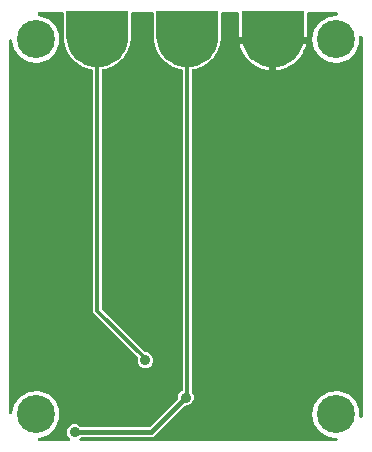
<source format=gbr>
G04 EAGLE Gerber RS-274X export*
G75*
%MOMM*%
%FSLAX34Y34*%
%LPD*%
%INBottom Copper*%
%IPPOS*%
%AMOC8*
5,1,8,0,0,1.08239X$1,22.5*%
G01*
%ADD10C,3.216000*%
%ADD11C,4.216000*%
%ADD12C,0.906400*%
%ADD13C,0.304800*%
%ADD14C,0.406400*%

G36*
X252343Y345416D02*
X252343Y345416D01*
X252348Y345440D01*
X252348Y366140D01*
X252333Y366242D01*
X252325Y366344D01*
X252313Y366372D01*
X252308Y366403D01*
X252264Y366495D01*
X252226Y366591D01*
X252206Y366614D01*
X252193Y366642D01*
X252123Y366717D01*
X252058Y366797D01*
X252032Y366814D01*
X252011Y366836D01*
X251922Y366887D01*
X251837Y366944D01*
X251813Y366950D01*
X251781Y366968D01*
X251521Y367026D01*
X251483Y367023D01*
X251460Y367028D01*
X200660Y367028D01*
X200558Y367013D01*
X200456Y367005D01*
X200428Y366993D01*
X200397Y366988D01*
X200305Y366944D01*
X200209Y366906D01*
X200186Y366886D01*
X200158Y366873D01*
X200083Y366803D01*
X200003Y366738D01*
X199986Y366712D01*
X199964Y366691D01*
X199913Y366602D01*
X199856Y366517D01*
X199850Y366493D01*
X199832Y366461D01*
X199774Y366201D01*
X199777Y366163D01*
X199772Y366140D01*
X199772Y345440D01*
X199778Y345401D01*
X199774Y345377D01*
X199824Y344677D01*
X197230Y344677D01*
X197230Y364236D01*
X197227Y364262D01*
X197229Y364288D01*
X197207Y364435D01*
X197190Y364582D01*
X197182Y364607D01*
X197178Y364633D01*
X197123Y364771D01*
X197073Y364910D01*
X197059Y364932D01*
X197049Y364957D01*
X196964Y365078D01*
X196884Y365203D01*
X196865Y365221D01*
X196850Y365243D01*
X196740Y365342D01*
X196633Y365445D01*
X196611Y365459D01*
X196591Y365476D01*
X196461Y365548D01*
X196334Y365624D01*
X196309Y365632D01*
X196286Y365645D01*
X196143Y365685D01*
X196002Y365730D01*
X195976Y365732D01*
X195951Y365740D01*
X195707Y365759D01*
X183515Y365759D01*
X183489Y365756D01*
X183463Y365758D01*
X183316Y365736D01*
X183169Y365719D01*
X183144Y365711D01*
X183118Y365707D01*
X182980Y365652D01*
X182841Y365602D01*
X182819Y365588D01*
X182794Y365578D01*
X182673Y365493D01*
X182548Y365413D01*
X182530Y365394D01*
X182508Y365379D01*
X182409Y365269D01*
X182306Y365162D01*
X182292Y365140D01*
X182275Y365120D01*
X182203Y364990D01*
X182127Y364863D01*
X182119Y364838D01*
X182106Y364815D01*
X182066Y364672D01*
X182021Y364531D01*
X182019Y364505D01*
X182011Y364480D01*
X181992Y364236D01*
X181992Y347098D01*
X182000Y347026D01*
X181999Y346954D01*
X182020Y346854D01*
X182032Y346752D01*
X182056Y346684D01*
X182071Y346613D01*
X182081Y346591D01*
X181996Y345390D01*
X181997Y345350D01*
X181992Y345281D01*
X181992Y344065D01*
X181987Y344051D01*
X181943Y343958D01*
X181928Y343888D01*
X181903Y343820D01*
X181879Y343661D01*
X181869Y343618D01*
X181870Y343602D01*
X181866Y343578D01*
X181831Y343092D01*
X181832Y343075D01*
X181829Y343057D01*
X181840Y342901D01*
X181846Y342744D01*
X181851Y342727D01*
X181852Y342709D01*
X181898Y342559D01*
X181934Y342432D01*
X181734Y341515D01*
X181730Y341478D01*
X181703Y341300D01*
X181636Y340360D01*
X181607Y340329D01*
X181599Y340314D01*
X181587Y340300D01*
X181513Y340162D01*
X181436Y340025D01*
X181431Y340008D01*
X181423Y339993D01*
X181352Y339758D01*
X181211Y339109D01*
X181209Y339091D01*
X181203Y339074D01*
X181191Y338917D01*
X181176Y338762D01*
X181178Y338744D01*
X181177Y338726D01*
X181201Y338571D01*
X181218Y338441D01*
X180890Y337561D01*
X180881Y337524D01*
X180828Y337352D01*
X180628Y336432D01*
X180596Y336405D01*
X180585Y336391D01*
X180571Y336380D01*
X180479Y336253D01*
X180383Y336129D01*
X180376Y336113D01*
X180365Y336098D01*
X180262Y335877D01*
X180029Y335254D01*
X180025Y335236D01*
X180017Y335220D01*
X179983Y335067D01*
X179946Y334915D01*
X179945Y334897D01*
X179941Y334880D01*
X179943Y334723D01*
X179941Y334591D01*
X179491Y333767D01*
X179477Y333733D01*
X179473Y333724D01*
X179467Y333713D01*
X179464Y333703D01*
X179401Y333570D01*
X179072Y332687D01*
X179036Y332665D01*
X179023Y332653D01*
X179008Y332643D01*
X178899Y332532D01*
X178786Y332422D01*
X178776Y332407D01*
X178764Y332394D01*
X178630Y332190D01*
X178311Y331606D01*
X178304Y331589D01*
X178295Y331575D01*
X178239Y331429D01*
X178180Y331283D01*
X178177Y331265D01*
X178171Y331249D01*
X178151Y331094D01*
X178130Y330963D01*
X177567Y330211D01*
X177549Y330179D01*
X177450Y330028D01*
X176998Y329202D01*
X176960Y329185D01*
X176945Y329175D01*
X176929Y329168D01*
X176805Y329073D01*
X176678Y328980D01*
X176666Y328967D01*
X176652Y328956D01*
X176490Y328772D01*
X176092Y328240D01*
X176083Y328225D01*
X176071Y328211D01*
X175995Y328074D01*
X175916Y327939D01*
X175911Y327922D01*
X175902Y327906D01*
X175859Y327755D01*
X175821Y327629D01*
X175157Y326965D01*
X175134Y326936D01*
X175015Y326801D01*
X174450Y326047D01*
X174409Y326036D01*
X174393Y326028D01*
X174376Y326023D01*
X174240Y325947D01*
X174101Y325873D01*
X174088Y325862D01*
X174072Y325853D01*
X173886Y325694D01*
X173416Y325224D01*
X173404Y325210D01*
X173391Y325199D01*
X173296Y325074D01*
X173199Y324951D01*
X173191Y324935D01*
X173181Y324921D01*
X173117Y324778D01*
X173060Y324658D01*
X172309Y324095D01*
X172282Y324070D01*
X172145Y323953D01*
X171479Y323287D01*
X171437Y323282D01*
X171420Y323276D01*
X171402Y323274D01*
X171256Y323218D01*
X171109Y323165D01*
X171094Y323155D01*
X171077Y323149D01*
X170870Y323018D01*
X170338Y322620D01*
X170325Y322608D01*
X170309Y322598D01*
X170198Y322488D01*
X170084Y322380D01*
X170074Y322365D01*
X170062Y322353D01*
X169979Y322221D01*
X169906Y322110D01*
X169082Y321660D01*
X169051Y321639D01*
X168899Y321543D01*
X168145Y320978D01*
X168103Y320979D01*
X168085Y320976D01*
X168067Y320976D01*
X167914Y320941D01*
X167761Y320910D01*
X167745Y320902D01*
X167727Y320898D01*
X167504Y320799D01*
X166920Y320480D01*
X166906Y320470D01*
X166889Y320463D01*
X166763Y320369D01*
X166635Y320279D01*
X166624Y320266D01*
X166609Y320255D01*
X166507Y320135D01*
X166420Y320037D01*
X165540Y319709D01*
X165507Y319692D01*
X165343Y319619D01*
X164516Y319167D01*
X164475Y319174D01*
X164457Y319173D01*
X164439Y319176D01*
X164284Y319163D01*
X164127Y319154D01*
X164109Y319149D01*
X164092Y319148D01*
X163856Y319081D01*
X163233Y318848D01*
X163217Y318840D01*
X163200Y318836D01*
X163062Y318761D01*
X162923Y318690D01*
X162909Y318679D01*
X162893Y318670D01*
X162776Y318566D01*
X162675Y318481D01*
X161758Y318282D01*
X161722Y318269D01*
X161549Y318220D01*
X160667Y317891D01*
X160627Y317904D01*
X160609Y317906D01*
X160592Y317911D01*
X160436Y317920D01*
X160279Y317934D01*
X160262Y317931D01*
X160244Y317932D01*
X160001Y317899D01*
X159352Y317758D01*
X159335Y317752D01*
X159317Y317750D01*
X159170Y317696D01*
X159022Y317646D01*
X159007Y317636D01*
X158990Y317630D01*
X158858Y317544D01*
X158747Y317474D01*
X158641Y317466D01*
X158498Y317439D01*
X158353Y317418D01*
X158327Y317407D01*
X158299Y317402D01*
X158165Y317343D01*
X158029Y317289D01*
X158006Y317273D01*
X157980Y317261D01*
X157863Y317173D01*
X157743Y317090D01*
X157724Y317069D01*
X157701Y317052D01*
X157607Y316939D01*
X157510Y316831D01*
X157496Y316806D01*
X157478Y316785D01*
X157412Y316654D01*
X157341Y316526D01*
X157333Y316499D01*
X157321Y316474D01*
X157286Y316332D01*
X157246Y316191D01*
X157244Y316156D01*
X157238Y316135D01*
X157238Y316086D01*
X157227Y315947D01*
X157227Y44458D01*
X157241Y44333D01*
X157248Y44206D01*
X157261Y44160D01*
X157267Y44112D01*
X157309Y43993D01*
X157344Y43872D01*
X157368Y43829D01*
X157384Y43784D01*
X157453Y43678D01*
X157514Y43567D01*
X157554Y43521D01*
X157573Y43491D01*
X157608Y43458D01*
X157673Y43381D01*
X157965Y43089D01*
X158965Y40676D01*
X158965Y38064D01*
X157965Y35651D01*
X156119Y33805D01*
X153706Y32805D01*
X152215Y32805D01*
X152089Y32791D01*
X151963Y32784D01*
X151916Y32771D01*
X151868Y32765D01*
X151749Y32723D01*
X151628Y32688D01*
X151586Y32664D01*
X151540Y32648D01*
X151434Y32579D01*
X151324Y32518D01*
X151278Y32478D01*
X151248Y32459D01*
X151214Y32424D01*
X151138Y32359D01*
X124874Y6095D01*
X64270Y6095D01*
X64145Y6081D01*
X64018Y6074D01*
X63972Y6061D01*
X63924Y6055D01*
X63805Y6013D01*
X63684Y5978D01*
X63641Y5954D01*
X63596Y5938D01*
X63490Y5869D01*
X63379Y5808D01*
X63333Y5768D01*
X63303Y5749D01*
X63269Y5714D01*
X63193Y5649D01*
X62685Y5141D01*
X62623Y5063D01*
X62553Y4990D01*
X62515Y4926D01*
X62468Y4868D01*
X62426Y4777D01*
X62374Y4691D01*
X62351Y4620D01*
X62319Y4553D01*
X62298Y4455D01*
X62268Y4359D01*
X62262Y4285D01*
X62246Y4212D01*
X62248Y4112D01*
X62240Y4012D01*
X62251Y3938D01*
X62252Y3864D01*
X62277Y3766D01*
X62291Y3667D01*
X62319Y3598D01*
X62337Y3526D01*
X62383Y3437D01*
X62420Y3343D01*
X62463Y3282D01*
X62497Y3216D01*
X62562Y3140D01*
X62619Y3057D01*
X62674Y3007D01*
X62723Y2951D01*
X62803Y2891D01*
X62878Y2824D01*
X62943Y2788D01*
X63003Y2743D01*
X63095Y2704D01*
X63183Y2655D01*
X63254Y2635D01*
X63323Y2605D01*
X63422Y2588D01*
X63518Y2560D01*
X63619Y2552D01*
X63666Y2544D01*
X63701Y2546D01*
X63762Y2541D01*
X277717Y2541D01*
X279392Y2541D01*
X279400Y2541D01*
X279442Y2546D01*
X279520Y2545D01*
X279569Y2549D01*
X279604Y2556D01*
X279639Y2556D01*
X279730Y2579D01*
X279746Y2581D01*
X279765Y2587D01*
X279774Y2589D01*
X279911Y2616D01*
X279943Y2631D01*
X279977Y2639D01*
X280102Y2702D01*
X280229Y2759D01*
X280257Y2780D01*
X280288Y2796D01*
X280395Y2886D01*
X280506Y2971D01*
X280528Y2998D01*
X280555Y3020D01*
X280639Y3132D01*
X280728Y3239D01*
X280743Y3271D01*
X280764Y3299D01*
X280821Y3427D01*
X280883Y3552D01*
X280891Y3586D01*
X280905Y3618D01*
X280930Y3755D01*
X280962Y3891D01*
X280962Y3926D01*
X280969Y3961D01*
X280963Y4100D01*
X280963Y4239D01*
X280955Y4274D01*
X280953Y4309D01*
X280916Y4443D01*
X280884Y4579D01*
X280869Y4611D01*
X280859Y4644D01*
X280792Y4767D01*
X280731Y4892D01*
X280708Y4919D01*
X280691Y4950D01*
X280598Y5053D01*
X280510Y5161D01*
X280482Y5183D01*
X280458Y5209D01*
X280344Y5289D01*
X280234Y5374D01*
X280202Y5388D01*
X280173Y5408D01*
X280043Y5460D01*
X279916Y5518D01*
X279882Y5525D01*
X279849Y5538D01*
X279609Y5583D01*
X273181Y6258D01*
X265933Y10443D01*
X261013Y17214D01*
X259273Y25400D01*
X261013Y33586D01*
X265933Y40357D01*
X273181Y44542D01*
X281504Y45416D01*
X289463Y42830D01*
X295683Y37230D01*
X299087Y29585D01*
X299087Y23799D01*
X299100Y23685D01*
X299104Y23571D01*
X299120Y23513D01*
X299127Y23453D01*
X299165Y23345D01*
X299196Y23234D01*
X299224Y23181D01*
X299244Y23125D01*
X299307Y23029D01*
X299361Y22927D01*
X299401Y22883D01*
X299433Y22832D01*
X299516Y22752D01*
X299592Y22666D01*
X299641Y22632D01*
X299684Y22590D01*
X299783Y22531D01*
X299876Y22465D01*
X299932Y22442D01*
X299983Y22411D01*
X300092Y22376D01*
X300199Y22333D01*
X300258Y22323D01*
X300315Y22305D01*
X300430Y22296D01*
X300543Y22278D01*
X300603Y22282D01*
X300662Y22277D01*
X300776Y22294D01*
X300890Y22302D01*
X300948Y22320D01*
X301007Y22329D01*
X301114Y22371D01*
X301223Y22405D01*
X301275Y22435D01*
X301331Y22457D01*
X301425Y22523D01*
X301524Y22581D01*
X301568Y22622D01*
X301617Y22656D01*
X301694Y22742D01*
X301777Y22821D01*
X301810Y22871D01*
X301850Y22915D01*
X301906Y23016D01*
X301969Y23112D01*
X301990Y23168D01*
X302019Y23220D01*
X302050Y23331D01*
X302090Y23438D01*
X302102Y23515D01*
X302114Y23556D01*
X302119Y23618D01*
X302129Y23680D01*
X302255Y25280D01*
X302253Y25323D01*
X302259Y25400D01*
X302259Y25435D01*
X302259Y27082D01*
X302259Y27083D01*
X302259Y342900D01*
X302254Y342942D01*
X302255Y343020D01*
X302129Y344619D01*
X302107Y344732D01*
X302094Y344846D01*
X302073Y344902D01*
X302062Y344961D01*
X302015Y345066D01*
X301976Y345174D01*
X301943Y345224D01*
X301919Y345279D01*
X301849Y345370D01*
X301787Y345467D01*
X301744Y345508D01*
X301707Y345556D01*
X301619Y345629D01*
X301536Y345709D01*
X301485Y345740D01*
X301439Y345778D01*
X301336Y345829D01*
X301237Y345888D01*
X301180Y345906D01*
X301126Y345933D01*
X301015Y345959D01*
X300905Y345994D01*
X300846Y345999D01*
X300787Y346012D01*
X300672Y346013D01*
X300558Y346022D01*
X300499Y346013D01*
X300439Y346013D01*
X300327Y345987D01*
X300213Y345970D01*
X300157Y345948D01*
X300099Y345935D01*
X299996Y345884D01*
X299889Y345841D01*
X299840Y345807D01*
X299786Y345781D01*
X299697Y345708D01*
X299603Y345643D01*
X299563Y345598D01*
X299517Y345560D01*
X299447Y345469D01*
X299370Y345384D01*
X299341Y345331D01*
X299304Y345284D01*
X299257Y345179D01*
X299201Y345079D01*
X299185Y345021D01*
X299160Y344966D01*
X299138Y344854D01*
X299107Y344743D01*
X299100Y344666D01*
X299092Y344625D01*
X299092Y344562D01*
X299087Y344500D01*
X299087Y338715D01*
X295683Y331070D01*
X289463Y325470D01*
X281504Y322884D01*
X273181Y323758D01*
X265933Y327943D01*
X261013Y334714D01*
X259273Y342900D01*
X261013Y351086D01*
X265933Y357857D01*
X273181Y362042D01*
X279608Y362717D01*
X279643Y362725D01*
X279678Y362726D01*
X279813Y362763D01*
X279949Y362793D01*
X279980Y362808D01*
X280014Y362818D01*
X280137Y362884D01*
X280263Y362944D01*
X280290Y362966D01*
X280321Y362983D01*
X280425Y363075D01*
X280534Y363163D01*
X280556Y363191D01*
X280582Y363214D01*
X280663Y363327D01*
X280749Y363437D01*
X280764Y363469D01*
X280784Y363498D01*
X280837Y363627D01*
X280895Y363754D01*
X280903Y363788D01*
X280916Y363821D01*
X280938Y363958D01*
X280966Y364095D01*
X280965Y364130D01*
X280971Y364165D01*
X280961Y364303D01*
X280958Y364443D01*
X280949Y364477D01*
X280947Y364512D01*
X280905Y364646D01*
X280870Y364781D01*
X280854Y364812D01*
X280844Y364845D01*
X280773Y364966D01*
X280709Y365089D01*
X280686Y365116D01*
X280668Y365146D01*
X280572Y365248D01*
X280481Y365353D01*
X280452Y365374D01*
X280428Y365399D01*
X280312Y365476D01*
X280199Y365558D01*
X280167Y365572D01*
X280137Y365591D01*
X280007Y365639D01*
X279878Y365694D01*
X279843Y365700D01*
X279810Y365712D01*
X279652Y365737D01*
X279644Y365740D01*
X279632Y365741D01*
X279569Y365751D01*
X279519Y365755D01*
X279477Y365753D01*
X279400Y365759D01*
X256413Y365759D01*
X256387Y365756D01*
X256361Y365758D01*
X256214Y365736D01*
X256067Y365719D01*
X256042Y365711D01*
X256016Y365707D01*
X255878Y365652D01*
X255739Y365602D01*
X255717Y365588D01*
X255692Y365578D01*
X255571Y365493D01*
X255446Y365413D01*
X255428Y365394D01*
X255406Y365379D01*
X255307Y365269D01*
X255204Y365162D01*
X255190Y365140D01*
X255173Y365120D01*
X255101Y364990D01*
X255025Y364863D01*
X255017Y364838D01*
X255004Y364815D01*
X254964Y364672D01*
X254919Y364531D01*
X254917Y364505D01*
X254909Y364480D01*
X254890Y364236D01*
X254890Y344677D01*
X252296Y344677D01*
X252346Y345377D01*
X252343Y345416D01*
G37*
G36*
X53178Y2552D02*
X53178Y2552D01*
X53278Y2554D01*
X53350Y2572D01*
X53424Y2581D01*
X53519Y2614D01*
X53616Y2639D01*
X53682Y2673D01*
X53752Y2698D01*
X53837Y2753D01*
X53926Y2799D01*
X53983Y2847D01*
X54045Y2887D01*
X54115Y2959D01*
X54191Y3024D01*
X54235Y3084D01*
X54287Y3138D01*
X54339Y3224D01*
X54398Y3305D01*
X54428Y3373D01*
X54466Y3437D01*
X54497Y3533D01*
X54536Y3625D01*
X54550Y3698D01*
X54572Y3769D01*
X54580Y3869D01*
X54598Y3968D01*
X54594Y4042D01*
X54600Y4116D01*
X54585Y4216D01*
X54580Y4316D01*
X54560Y4387D01*
X54549Y4461D01*
X54511Y4554D01*
X54484Y4651D01*
X54447Y4716D01*
X54420Y4785D01*
X54363Y4867D01*
X54313Y4955D01*
X54248Y5031D01*
X54221Y5071D01*
X54194Y5095D01*
X54155Y5141D01*
X52855Y6441D01*
X51855Y8854D01*
X51855Y11466D01*
X52855Y13879D01*
X54701Y15725D01*
X57114Y16725D01*
X59726Y16725D01*
X62139Y15725D01*
X63193Y14671D01*
X63292Y14592D01*
X63386Y14508D01*
X63428Y14484D01*
X63466Y14454D01*
X63580Y14400D01*
X63691Y14339D01*
X63738Y14326D01*
X63781Y14305D01*
X63905Y14279D01*
X64026Y14244D01*
X64087Y14239D01*
X64122Y14232D01*
X64170Y14233D01*
X64270Y14225D01*
X120875Y14225D01*
X121001Y14239D01*
X121127Y14246D01*
X121174Y14259D01*
X121222Y14265D01*
X121341Y14307D01*
X121462Y14342D01*
X121504Y14366D01*
X121550Y14382D01*
X121656Y14451D01*
X121766Y14512D01*
X121812Y14552D01*
X121842Y14571D01*
X121876Y14606D01*
X121952Y14671D01*
X145389Y38108D01*
X145468Y38207D01*
X145552Y38300D01*
X145576Y38343D01*
X145606Y38381D01*
X145660Y38495D01*
X145721Y38605D01*
X145734Y38652D01*
X145755Y38696D01*
X145781Y38819D01*
X145816Y38941D01*
X145821Y39002D01*
X145828Y39036D01*
X145827Y39084D01*
X145835Y39185D01*
X145835Y40676D01*
X146835Y43089D01*
X148681Y44935D01*
X149173Y45139D01*
X149240Y45176D01*
X149311Y45204D01*
X149392Y45260D01*
X149478Y45308D01*
X149534Y45360D01*
X149597Y45403D01*
X149663Y45476D01*
X149736Y45542D01*
X149779Y45605D01*
X149830Y45662D01*
X149878Y45748D01*
X149934Y45829D01*
X149962Y45900D01*
X149999Y45967D01*
X150026Y46062D01*
X150062Y46153D01*
X150073Y46229D01*
X150094Y46302D01*
X150106Y46451D01*
X150113Y46498D01*
X150111Y46517D01*
X150113Y46546D01*
X150113Y315947D01*
X150097Y316093D01*
X150085Y316238D01*
X150077Y316265D01*
X150073Y316293D01*
X150024Y316431D01*
X149980Y316570D01*
X149965Y316595D01*
X149956Y316621D01*
X149877Y316744D01*
X149802Y316870D01*
X149782Y316890D01*
X149767Y316914D01*
X149662Y317016D01*
X149560Y317121D01*
X149537Y317137D01*
X149516Y317156D01*
X149391Y317231D01*
X149268Y317311D01*
X149241Y317321D01*
X149217Y317335D01*
X149078Y317380D01*
X148940Y317429D01*
X148906Y317435D01*
X148885Y317441D01*
X148837Y317445D01*
X148699Y317466D01*
X148590Y317474D01*
X148559Y317503D01*
X148544Y317511D01*
X148530Y317523D01*
X148392Y317597D01*
X148255Y317674D01*
X148238Y317679D01*
X148223Y317687D01*
X147988Y317758D01*
X147339Y317899D01*
X147321Y317901D01*
X147304Y317907D01*
X147147Y317919D01*
X146992Y317934D01*
X146974Y317932D01*
X146956Y317933D01*
X146801Y317909D01*
X146671Y317892D01*
X145791Y318220D01*
X145754Y318229D01*
X145582Y318282D01*
X144662Y318482D01*
X144635Y318514D01*
X144621Y318525D01*
X144610Y318539D01*
X144484Y318631D01*
X144359Y318727D01*
X144343Y318734D01*
X144328Y318745D01*
X144107Y318848D01*
X143484Y319081D01*
X143466Y319085D01*
X143450Y319093D01*
X143297Y319127D01*
X143145Y319164D01*
X143127Y319165D01*
X143110Y319169D01*
X142953Y319167D01*
X142821Y319169D01*
X141997Y319619D01*
X141963Y319633D01*
X141800Y319709D01*
X140917Y320038D01*
X140895Y320074D01*
X140883Y320087D01*
X140873Y320102D01*
X140762Y320211D01*
X140652Y320324D01*
X140637Y320334D01*
X140624Y320346D01*
X140420Y320480D01*
X139836Y320799D01*
X139819Y320806D01*
X139805Y320815D01*
X139659Y320871D01*
X139513Y320930D01*
X139495Y320933D01*
X139479Y320939D01*
X139324Y320959D01*
X139193Y320980D01*
X138441Y321543D01*
X138409Y321561D01*
X138258Y321660D01*
X137432Y322112D01*
X137415Y322150D01*
X137405Y322165D01*
X137398Y322181D01*
X137303Y322305D01*
X137210Y322432D01*
X137197Y322444D01*
X137186Y322458D01*
X137002Y322620D01*
X136470Y323018D01*
X136455Y323027D01*
X136441Y323039D01*
X136304Y323115D01*
X136169Y323194D01*
X136152Y323199D01*
X136136Y323208D01*
X135985Y323251D01*
X135859Y323289D01*
X135195Y323953D01*
X135166Y323976D01*
X135031Y324095D01*
X134277Y324660D01*
X134266Y324701D01*
X134258Y324717D01*
X134253Y324734D01*
X134177Y324870D01*
X134103Y325009D01*
X134092Y325022D01*
X134083Y325038D01*
X133924Y325224D01*
X133454Y325694D01*
X133440Y325706D01*
X133429Y325719D01*
X133304Y325814D01*
X133181Y325911D01*
X133165Y325919D01*
X133151Y325929D01*
X133008Y325993D01*
X132888Y326050D01*
X132325Y326801D01*
X132300Y326828D01*
X132183Y326965D01*
X131517Y327631D01*
X131512Y327673D01*
X131506Y327690D01*
X131504Y327708D01*
X131448Y327854D01*
X131395Y328001D01*
X131385Y328016D01*
X131379Y328033D01*
X131248Y328240D01*
X130850Y328772D01*
X130838Y328785D01*
X130828Y328801D01*
X130718Y328912D01*
X130610Y329026D01*
X130595Y329036D01*
X130583Y329048D01*
X130450Y329132D01*
X130340Y329204D01*
X129890Y330028D01*
X129869Y330059D01*
X129773Y330211D01*
X129208Y330965D01*
X129209Y331007D01*
X129206Y331025D01*
X129206Y331043D01*
X129171Y331196D01*
X129140Y331349D01*
X129132Y331365D01*
X129128Y331383D01*
X129029Y331606D01*
X128710Y332190D01*
X128700Y332204D01*
X128693Y332221D01*
X128599Y332346D01*
X128509Y332475D01*
X128496Y332486D01*
X128485Y332501D01*
X128366Y332602D01*
X128267Y332690D01*
X127939Y333570D01*
X127922Y333603D01*
X127849Y333767D01*
X127397Y334594D01*
X127404Y334635D01*
X127403Y334653D01*
X127406Y334671D01*
X127393Y334826D01*
X127384Y334983D01*
X127379Y335000D01*
X127378Y335018D01*
X127311Y335254D01*
X127078Y335877D01*
X127070Y335893D01*
X127066Y335910D01*
X126991Y336048D01*
X126920Y336187D01*
X126909Y336201D01*
X126900Y336217D01*
X126796Y336334D01*
X126711Y336435D01*
X126512Y337352D01*
X126500Y337387D01*
X126450Y337561D01*
X126121Y338443D01*
X126134Y338483D01*
X126136Y338501D01*
X126141Y338518D01*
X126150Y338674D01*
X126164Y338831D01*
X126161Y338848D01*
X126162Y338866D01*
X126129Y339109D01*
X125988Y339758D01*
X125982Y339775D01*
X125980Y339793D01*
X125926Y339940D01*
X125876Y340088D01*
X125866Y340103D01*
X125860Y340120D01*
X125774Y340252D01*
X125704Y340363D01*
X125637Y341300D01*
X125630Y341337D01*
X125606Y341515D01*
X125406Y342435D01*
X125424Y342473D01*
X125428Y342490D01*
X125436Y342507D01*
X125468Y342660D01*
X125503Y342813D01*
X125503Y342830D01*
X125507Y342848D01*
X125509Y343092D01*
X125474Y343578D01*
X125461Y343649D01*
X125457Y343721D01*
X125429Y343820D01*
X125410Y343920D01*
X125380Y343987D01*
X125360Y344056D01*
X125348Y344078D01*
X125348Y345281D01*
X125346Y345303D01*
X125347Y345324D01*
X125344Y345347D01*
X125344Y345390D01*
X125258Y346603D01*
X125262Y346617D01*
X125299Y346713D01*
X125309Y346785D01*
X125329Y346854D01*
X125342Y347014D01*
X125348Y347058D01*
X125346Y347074D01*
X125348Y347098D01*
X125348Y364236D01*
X125345Y364262D01*
X125347Y364288D01*
X125325Y364435D01*
X125308Y364582D01*
X125300Y364607D01*
X125296Y364633D01*
X125241Y364771D01*
X125191Y364910D01*
X125177Y364932D01*
X125167Y364957D01*
X125082Y365078D01*
X125002Y365203D01*
X124983Y365221D01*
X124968Y365243D01*
X124858Y365342D01*
X124751Y365445D01*
X124729Y365459D01*
X124709Y365476D01*
X124579Y365548D01*
X124452Y365624D01*
X124427Y365632D01*
X124404Y365645D01*
X124261Y365685D01*
X124120Y365730D01*
X124094Y365732D01*
X124069Y365740D01*
X123825Y365759D01*
X107315Y365759D01*
X107289Y365756D01*
X107263Y365758D01*
X107116Y365736D01*
X106969Y365719D01*
X106944Y365711D01*
X106918Y365707D01*
X106780Y365652D01*
X106641Y365602D01*
X106619Y365588D01*
X106594Y365578D01*
X106473Y365493D01*
X106348Y365413D01*
X106330Y365394D01*
X106308Y365379D01*
X106209Y365269D01*
X106106Y365162D01*
X106092Y365140D01*
X106075Y365120D01*
X106003Y364990D01*
X105927Y364863D01*
X105919Y364838D01*
X105906Y364815D01*
X105866Y364672D01*
X105821Y364531D01*
X105819Y364505D01*
X105811Y364480D01*
X105792Y364236D01*
X105792Y347098D01*
X105800Y347026D01*
X105799Y346954D01*
X105820Y346854D01*
X105832Y346752D01*
X105856Y346684D01*
X105871Y346613D01*
X105881Y346591D01*
X105796Y345390D01*
X105797Y345350D01*
X105792Y345281D01*
X105792Y344065D01*
X105787Y344051D01*
X105743Y343958D01*
X105728Y343888D01*
X105703Y343820D01*
X105679Y343661D01*
X105669Y343618D01*
X105670Y343602D01*
X105666Y343578D01*
X105631Y343092D01*
X105632Y343075D01*
X105629Y343057D01*
X105640Y342901D01*
X105646Y342744D01*
X105651Y342727D01*
X105652Y342709D01*
X105698Y342559D01*
X105734Y342432D01*
X105534Y341515D01*
X105530Y341478D01*
X105503Y341300D01*
X105436Y340360D01*
X105407Y340329D01*
X105399Y340314D01*
X105387Y340300D01*
X105313Y340162D01*
X105236Y340025D01*
X105231Y340008D01*
X105223Y339993D01*
X105152Y339758D01*
X105011Y339109D01*
X105009Y339091D01*
X105003Y339074D01*
X104991Y338917D01*
X104976Y338762D01*
X104978Y338744D01*
X104977Y338726D01*
X105001Y338571D01*
X105018Y338441D01*
X104690Y337561D01*
X104681Y337524D01*
X104628Y337352D01*
X104428Y336432D01*
X104396Y336405D01*
X104385Y336391D01*
X104371Y336380D01*
X104279Y336253D01*
X104183Y336129D01*
X104176Y336113D01*
X104165Y336098D01*
X104062Y335877D01*
X103829Y335254D01*
X103825Y335236D01*
X103817Y335220D01*
X103783Y335067D01*
X103746Y334915D01*
X103745Y334897D01*
X103741Y334880D01*
X103743Y334723D01*
X103741Y334591D01*
X103291Y333767D01*
X103277Y333733D01*
X103273Y333724D01*
X103267Y333713D01*
X103264Y333703D01*
X103201Y333570D01*
X102872Y332687D01*
X102836Y332665D01*
X102823Y332653D01*
X102808Y332643D01*
X102699Y332532D01*
X102586Y332422D01*
X102576Y332407D01*
X102564Y332394D01*
X102430Y332190D01*
X102111Y331606D01*
X102104Y331589D01*
X102095Y331575D01*
X102039Y331429D01*
X101980Y331283D01*
X101977Y331265D01*
X101971Y331249D01*
X101951Y331094D01*
X101930Y330963D01*
X101367Y330211D01*
X101349Y330179D01*
X101250Y330028D01*
X100798Y329202D01*
X100760Y329185D01*
X100745Y329175D01*
X100729Y329168D01*
X100605Y329073D01*
X100478Y328980D01*
X100466Y328967D01*
X100452Y328956D01*
X100290Y328772D01*
X99892Y328240D01*
X99883Y328225D01*
X99871Y328211D01*
X99795Y328074D01*
X99716Y327939D01*
X99711Y327922D01*
X99702Y327906D01*
X99659Y327755D01*
X99621Y327629D01*
X98957Y326965D01*
X98934Y326936D01*
X98815Y326801D01*
X98250Y326047D01*
X98209Y326036D01*
X98193Y326028D01*
X98176Y326023D01*
X98040Y325947D01*
X97901Y325873D01*
X97888Y325862D01*
X97872Y325853D01*
X97686Y325694D01*
X97216Y325224D01*
X97204Y325210D01*
X97191Y325199D01*
X97096Y325074D01*
X96999Y324951D01*
X96991Y324935D01*
X96981Y324921D01*
X96917Y324778D01*
X96860Y324658D01*
X96109Y324095D01*
X96082Y324070D01*
X95945Y323953D01*
X95279Y323287D01*
X95237Y323282D01*
X95220Y323276D01*
X95202Y323274D01*
X95056Y323218D01*
X94909Y323165D01*
X94894Y323155D01*
X94877Y323149D01*
X94670Y323018D01*
X94138Y322620D01*
X94125Y322608D01*
X94109Y322598D01*
X93998Y322488D01*
X93884Y322380D01*
X93874Y322365D01*
X93862Y322353D01*
X93778Y322220D01*
X93706Y322110D01*
X92882Y321660D01*
X92851Y321639D01*
X92699Y321543D01*
X91945Y320978D01*
X91903Y320979D01*
X91885Y320976D01*
X91867Y320976D01*
X91714Y320941D01*
X91561Y320910D01*
X91545Y320902D01*
X91527Y320898D01*
X91304Y320799D01*
X90720Y320480D01*
X90706Y320470D01*
X90689Y320463D01*
X90563Y320369D01*
X90435Y320279D01*
X90424Y320266D01*
X90409Y320255D01*
X90307Y320135D01*
X90220Y320037D01*
X89340Y319709D01*
X89307Y319692D01*
X89143Y319619D01*
X88316Y319167D01*
X88275Y319174D01*
X88257Y319173D01*
X88239Y319176D01*
X88084Y319163D01*
X87927Y319154D01*
X87909Y319149D01*
X87892Y319148D01*
X87656Y319081D01*
X87033Y318848D01*
X87017Y318840D01*
X87000Y318836D01*
X86862Y318761D01*
X86723Y318690D01*
X86709Y318679D01*
X86693Y318670D01*
X86576Y318566D01*
X86475Y318481D01*
X85558Y318281D01*
X85522Y318269D01*
X85349Y318220D01*
X84467Y317891D01*
X84427Y317904D01*
X84409Y317906D01*
X84392Y317911D01*
X84236Y317920D01*
X84079Y317934D01*
X84062Y317931D01*
X84044Y317932D01*
X83801Y317899D01*
X83152Y317758D01*
X83135Y317752D01*
X83117Y317750D01*
X82970Y317696D01*
X82822Y317646D01*
X82807Y317636D01*
X82790Y317630D01*
X82658Y317544D01*
X82547Y317474D01*
X82441Y317466D01*
X82298Y317439D01*
X82153Y317418D01*
X82127Y317407D01*
X82099Y317402D01*
X81965Y317343D01*
X81829Y317289D01*
X81806Y317273D01*
X81780Y317261D01*
X81663Y317173D01*
X81543Y317090D01*
X81524Y317069D01*
X81501Y317052D01*
X81407Y316939D01*
X81310Y316831D01*
X81296Y316806D01*
X81278Y316785D01*
X81212Y316654D01*
X81141Y316526D01*
X81133Y316499D01*
X81121Y316474D01*
X81086Y316332D01*
X81046Y316191D01*
X81044Y316156D01*
X81038Y316135D01*
X81038Y316086D01*
X81027Y315947D01*
X81027Y115134D01*
X81041Y115009D01*
X81048Y114882D01*
X81061Y114836D01*
X81067Y114788D01*
X81109Y114669D01*
X81144Y114548D01*
X81168Y114505D01*
X81184Y114460D01*
X81253Y114354D01*
X81314Y114243D01*
X81354Y114197D01*
X81373Y114167D01*
X81408Y114134D01*
X81473Y114057D01*
X117399Y78131D01*
X117498Y78052D01*
X117592Y77968D01*
X117634Y77944D01*
X117672Y77914D01*
X117786Y77860D01*
X117897Y77799D01*
X117944Y77786D01*
X117987Y77765D01*
X118111Y77739D01*
X118232Y77704D01*
X118293Y77699D01*
X118328Y77692D01*
X118376Y77693D01*
X118476Y77685D01*
X119416Y77685D01*
X121829Y76685D01*
X123675Y74839D01*
X124675Y72426D01*
X124675Y69814D01*
X123675Y67401D01*
X121829Y65555D01*
X119416Y64555D01*
X116804Y64555D01*
X114391Y65555D01*
X112545Y67401D01*
X111545Y69814D01*
X111545Y72426D01*
X111595Y72545D01*
X111616Y72619D01*
X111646Y72689D01*
X111663Y72786D01*
X111690Y72880D01*
X111694Y72957D01*
X111708Y73032D01*
X111703Y73130D01*
X111707Y73229D01*
X111694Y73304D01*
X111690Y73380D01*
X111663Y73475D01*
X111645Y73571D01*
X111614Y73642D01*
X111593Y73715D01*
X111545Y73801D01*
X111506Y73891D01*
X111460Y73952D01*
X111423Y74019D01*
X111326Y74133D01*
X111298Y74171D01*
X111284Y74183D01*
X111265Y74205D01*
X73913Y111557D01*
X73913Y315947D01*
X73897Y316093D01*
X73885Y316238D01*
X73877Y316265D01*
X73873Y316293D01*
X73824Y316431D01*
X73780Y316570D01*
X73765Y316595D01*
X73756Y316621D01*
X73677Y316744D01*
X73602Y316870D01*
X73582Y316890D01*
X73567Y316914D01*
X73462Y317016D01*
X73360Y317121D01*
X73337Y317137D01*
X73316Y317156D01*
X73191Y317231D01*
X73068Y317311D01*
X73041Y317321D01*
X73017Y317335D01*
X72878Y317380D01*
X72740Y317429D01*
X72706Y317435D01*
X72685Y317441D01*
X72637Y317445D01*
X72499Y317466D01*
X72390Y317474D01*
X72359Y317503D01*
X72344Y317511D01*
X72330Y317523D01*
X72192Y317597D01*
X72055Y317674D01*
X72038Y317679D01*
X72023Y317687D01*
X71788Y317758D01*
X71139Y317899D01*
X71121Y317901D01*
X71104Y317907D01*
X70947Y317919D01*
X70792Y317934D01*
X70774Y317932D01*
X70756Y317933D01*
X70601Y317909D01*
X70471Y317892D01*
X69591Y318220D01*
X69554Y318229D01*
X69382Y318282D01*
X68462Y318482D01*
X68435Y318514D01*
X68421Y318525D01*
X68409Y318539D01*
X68284Y318631D01*
X68159Y318727D01*
X68143Y318734D01*
X68128Y318745D01*
X67907Y318848D01*
X67284Y319081D01*
X67266Y319085D01*
X67250Y319093D01*
X67098Y319127D01*
X66945Y319164D01*
X66927Y319165D01*
X66910Y319169D01*
X66754Y319167D01*
X66621Y319169D01*
X65797Y319619D01*
X65763Y319633D01*
X65600Y319709D01*
X64717Y320038D01*
X64695Y320074D01*
X64683Y320087D01*
X64673Y320102D01*
X64562Y320211D01*
X64452Y320324D01*
X64437Y320334D01*
X64424Y320346D01*
X64220Y320480D01*
X63636Y320799D01*
X63619Y320806D01*
X63605Y320815D01*
X63459Y320871D01*
X63313Y320930D01*
X63295Y320933D01*
X63279Y320939D01*
X63124Y320959D01*
X62993Y320980D01*
X62241Y321543D01*
X62209Y321561D01*
X62058Y321660D01*
X61232Y322112D01*
X61215Y322150D01*
X61205Y322165D01*
X61198Y322181D01*
X61103Y322305D01*
X61010Y322432D01*
X60997Y322444D01*
X60986Y322458D01*
X60802Y322620D01*
X60270Y323018D01*
X60255Y323027D01*
X60241Y323039D01*
X60104Y323115D01*
X59969Y323194D01*
X59952Y323199D01*
X59936Y323208D01*
X59785Y323251D01*
X59659Y323289D01*
X58995Y323953D01*
X58966Y323976D01*
X58831Y324095D01*
X58077Y324660D01*
X58066Y324701D01*
X58058Y324717D01*
X58053Y324734D01*
X57977Y324870D01*
X57903Y325009D01*
X57892Y325022D01*
X57883Y325038D01*
X57724Y325224D01*
X57254Y325694D01*
X57240Y325706D01*
X57229Y325719D01*
X57104Y325814D01*
X56981Y325911D01*
X56965Y325919D01*
X56951Y325929D01*
X56808Y325993D01*
X56688Y326050D01*
X56125Y326801D01*
X56100Y326828D01*
X55983Y326965D01*
X55317Y327631D01*
X55312Y327673D01*
X55306Y327690D01*
X55304Y327708D01*
X55248Y327854D01*
X55195Y328001D01*
X55185Y328016D01*
X55179Y328033D01*
X55048Y328240D01*
X54650Y328772D01*
X54638Y328785D01*
X54628Y328801D01*
X54518Y328912D01*
X54410Y329026D01*
X54395Y329036D01*
X54383Y329048D01*
X54251Y329131D01*
X54140Y329204D01*
X53690Y330028D01*
X53669Y330059D01*
X53573Y330211D01*
X53008Y330965D01*
X53009Y331007D01*
X53006Y331025D01*
X53006Y331043D01*
X52971Y331196D01*
X52940Y331349D01*
X52932Y331365D01*
X52928Y331383D01*
X52829Y331606D01*
X52510Y332190D01*
X52500Y332204D01*
X52493Y332221D01*
X52399Y332347D01*
X52309Y332475D01*
X52296Y332486D01*
X52285Y332501D01*
X52165Y332603D01*
X52067Y332690D01*
X51739Y333570D01*
X51722Y333603D01*
X51649Y333767D01*
X51197Y334594D01*
X51204Y334636D01*
X51203Y334653D01*
X51206Y334671D01*
X51193Y334827D01*
X51184Y334984D01*
X51179Y335001D01*
X51178Y335018D01*
X51111Y335254D01*
X50878Y335877D01*
X50870Y335893D01*
X50866Y335910D01*
X50791Y336047D01*
X50720Y336187D01*
X50709Y336201D01*
X50700Y336217D01*
X50596Y336334D01*
X50511Y336435D01*
X50312Y337352D01*
X50300Y337387D01*
X50250Y337561D01*
X49921Y338443D01*
X49934Y338483D01*
X49936Y338501D01*
X49941Y338518D01*
X49950Y338674D01*
X49964Y338831D01*
X49961Y338848D01*
X49962Y338866D01*
X49929Y339109D01*
X49788Y339758D01*
X49782Y339775D01*
X49780Y339793D01*
X49726Y339940D01*
X49676Y340088D01*
X49666Y340103D01*
X49660Y340120D01*
X49574Y340252D01*
X49504Y340363D01*
X49437Y341300D01*
X49430Y341337D01*
X49406Y341515D01*
X49206Y342435D01*
X49224Y342473D01*
X49228Y342490D01*
X49236Y342507D01*
X49268Y342660D01*
X49303Y342813D01*
X49303Y342830D01*
X49307Y342848D01*
X49309Y343092D01*
X49274Y343578D01*
X49261Y343649D01*
X49257Y343721D01*
X49229Y343820D01*
X49210Y343920D01*
X49180Y343987D01*
X49160Y344056D01*
X49148Y344078D01*
X49148Y345281D01*
X49146Y345303D01*
X49147Y345324D01*
X49144Y345347D01*
X49144Y345390D01*
X49058Y346603D01*
X49062Y346617D01*
X49099Y346713D01*
X49109Y346785D01*
X49129Y346854D01*
X49142Y347014D01*
X49148Y347058D01*
X49146Y347074D01*
X49148Y347098D01*
X49148Y364236D01*
X49145Y364262D01*
X49147Y364288D01*
X49125Y364435D01*
X49108Y364582D01*
X49100Y364607D01*
X49096Y364633D01*
X49041Y364771D01*
X48991Y364910D01*
X48977Y364932D01*
X48967Y364957D01*
X48882Y365078D01*
X48802Y365203D01*
X48783Y365221D01*
X48768Y365243D01*
X48658Y365342D01*
X48551Y365445D01*
X48529Y365459D01*
X48509Y365476D01*
X48379Y365548D01*
X48252Y365624D01*
X48227Y365632D01*
X48204Y365645D01*
X48061Y365685D01*
X47920Y365730D01*
X47894Y365732D01*
X47869Y365740D01*
X47625Y365759D01*
X28372Y365759D01*
X28263Y365747D01*
X28153Y365743D01*
X28090Y365727D01*
X28026Y365719D01*
X27922Y365682D01*
X27816Y365654D01*
X27759Y365624D01*
X27698Y365602D01*
X27605Y365542D01*
X27508Y365491D01*
X27459Y365448D01*
X27405Y365413D01*
X27328Y365334D01*
X27245Y365261D01*
X27208Y365209D01*
X27163Y365162D01*
X27106Y365068D01*
X27042Y364979D01*
X27017Y364919D01*
X26984Y364863D01*
X26950Y364758D01*
X26908Y364657D01*
X26897Y364593D01*
X26878Y364531D01*
X26869Y364422D01*
X26851Y364313D01*
X26855Y364248D01*
X26850Y364184D01*
X26866Y364075D01*
X26873Y363965D01*
X26892Y363903D01*
X26901Y363839D01*
X26942Y363737D01*
X26974Y363632D01*
X27006Y363575D01*
X27030Y363515D01*
X27093Y363425D01*
X27148Y363330D01*
X27192Y363282D01*
X27229Y363229D01*
X27311Y363156D01*
X27386Y363075D01*
X27440Y363039D01*
X27488Y362996D01*
X27584Y362942D01*
X27675Y362881D01*
X27754Y362849D01*
X27793Y362827D01*
X27832Y362816D01*
X27901Y362787D01*
X35463Y360330D01*
X41683Y354730D01*
X45087Y347085D01*
X45087Y338715D01*
X41683Y331070D01*
X35463Y325470D01*
X27504Y322884D01*
X19181Y323758D01*
X11933Y327943D01*
X7013Y334714D01*
X5554Y341580D01*
X5549Y341594D01*
X5547Y341609D01*
X5494Y341760D01*
X5443Y341910D01*
X5435Y341923D01*
X5430Y341937D01*
X5343Y342072D01*
X5260Y342207D01*
X5249Y342217D01*
X5241Y342230D01*
X5126Y342341D01*
X5014Y342454D01*
X5001Y342462D01*
X4990Y342472D01*
X4853Y342554D01*
X4719Y342638D01*
X4704Y342643D01*
X4691Y342651D01*
X4540Y342700D01*
X4389Y342751D01*
X4374Y342753D01*
X4359Y342757D01*
X4201Y342770D01*
X4042Y342786D01*
X4027Y342784D01*
X4012Y342785D01*
X3855Y342762D01*
X3696Y342741D01*
X3682Y342736D01*
X3667Y342734D01*
X3519Y342675D01*
X3370Y342619D01*
X3357Y342611D01*
X3343Y342605D01*
X3213Y342514D01*
X3080Y342426D01*
X3070Y342415D01*
X3057Y342406D01*
X2951Y342288D01*
X2841Y342172D01*
X2834Y342159D01*
X2824Y342147D01*
X2746Y342008D01*
X2667Y341870D01*
X2663Y341856D01*
X2655Y341842D01*
X2612Y341688D01*
X2566Y341537D01*
X2565Y341522D01*
X2560Y341507D01*
X2541Y341263D01*
X2541Y27083D01*
X2541Y27078D01*
X2541Y27041D01*
X2543Y27025D01*
X2542Y27009D01*
X2559Y26879D01*
X2562Y26831D01*
X2568Y26810D01*
X2581Y26694D01*
X2586Y26680D01*
X2588Y26664D01*
X2645Y26515D01*
X2698Y26366D01*
X2707Y26353D01*
X2712Y26338D01*
X2801Y26207D01*
X2887Y26073D01*
X2898Y26062D01*
X2907Y26049D01*
X3023Y25941D01*
X3137Y25831D01*
X3151Y25823D01*
X3162Y25812D01*
X3300Y25734D01*
X3436Y25652D01*
X3451Y25647D01*
X3465Y25639D01*
X3617Y25594D01*
X3768Y25545D01*
X3784Y25544D01*
X3799Y25540D01*
X3957Y25530D01*
X4116Y25517D01*
X4131Y25519D01*
X4147Y25518D01*
X4303Y25545D01*
X4460Y25569D01*
X4475Y25574D01*
X4490Y25577D01*
X4637Y25639D01*
X4784Y25697D01*
X4797Y25706D01*
X4812Y25712D01*
X4940Y25805D01*
X5071Y25896D01*
X5081Y25908D01*
X5094Y25917D01*
X5197Y26036D01*
X5304Y26154D01*
X5312Y26168D01*
X5322Y26180D01*
X5396Y26321D01*
X5473Y26459D01*
X5477Y26474D01*
X5485Y26488D01*
X5554Y26723D01*
X7013Y33586D01*
X11933Y40357D01*
X19181Y44542D01*
X27504Y45416D01*
X35463Y42830D01*
X41683Y37230D01*
X45087Y29585D01*
X45087Y21215D01*
X41683Y13570D01*
X35463Y7970D01*
X27901Y5513D01*
X27801Y5467D01*
X27698Y5430D01*
X27643Y5395D01*
X27584Y5368D01*
X27497Y5301D01*
X27405Y5241D01*
X27360Y5194D01*
X27309Y5155D01*
X27239Y5069D01*
X27163Y4990D01*
X27129Y4935D01*
X27088Y4884D01*
X27040Y4786D01*
X26984Y4691D01*
X26964Y4629D01*
X26936Y4571D01*
X26911Y4464D01*
X26878Y4359D01*
X26872Y4295D01*
X26858Y4231D01*
X26858Y4121D01*
X26850Y4012D01*
X26859Y3948D01*
X26859Y3883D01*
X26885Y3776D01*
X26901Y3667D01*
X26925Y3607D01*
X26940Y3544D01*
X26989Y3446D01*
X27030Y3343D01*
X27067Y3290D01*
X27096Y3232D01*
X27166Y3147D01*
X27229Y3057D01*
X27277Y3014D01*
X27318Y2964D01*
X27406Y2897D01*
X27488Y2824D01*
X27544Y2792D01*
X27596Y2753D01*
X27696Y2708D01*
X27793Y2655D01*
X27855Y2638D01*
X27914Y2611D01*
X28022Y2590D01*
X28128Y2560D01*
X28213Y2554D01*
X28256Y2545D01*
X28298Y2547D01*
X28372Y2541D01*
X53078Y2541D01*
X53178Y2552D01*
G37*
G36*
X81148Y319413D02*
X81148Y319413D01*
X81229Y319431D01*
X81274Y319431D01*
X84815Y320201D01*
X84892Y320231D01*
X84936Y320237D01*
X88332Y321503D01*
X88405Y321543D01*
X88447Y321556D01*
X91628Y323293D01*
X91694Y323343D01*
X91735Y323361D01*
X94636Y325533D01*
X94694Y325592D01*
X94732Y325616D01*
X97294Y328178D01*
X97343Y328245D01*
X97377Y328274D01*
X99549Y331175D01*
X99588Y331249D01*
X99617Y331282D01*
X101354Y334463D01*
X101383Y334541D01*
X101407Y334578D01*
X102673Y337974D01*
X102690Y338055D01*
X102709Y338095D01*
X103479Y341636D01*
X103485Y341719D01*
X103497Y341762D01*
X103756Y345377D01*
X103753Y345416D01*
X103758Y345440D01*
X103758Y366140D01*
X103743Y366242D01*
X103735Y366344D01*
X103723Y366372D01*
X103718Y366403D01*
X103674Y366495D01*
X103636Y366591D01*
X103616Y366614D01*
X103603Y366642D01*
X103533Y366717D01*
X103468Y366797D01*
X103442Y366814D01*
X103421Y366836D01*
X103332Y366887D01*
X103247Y366944D01*
X103223Y366950D01*
X103191Y366968D01*
X102931Y367026D01*
X102893Y367023D01*
X102870Y367028D01*
X52070Y367028D01*
X51968Y367013D01*
X51866Y367005D01*
X51838Y366993D01*
X51807Y366988D01*
X51715Y366944D01*
X51619Y366906D01*
X51596Y366886D01*
X51568Y366873D01*
X51493Y366803D01*
X51413Y366738D01*
X51396Y366712D01*
X51374Y366691D01*
X51323Y366602D01*
X51266Y366517D01*
X51260Y366493D01*
X51242Y366461D01*
X51184Y366201D01*
X51187Y366163D01*
X51182Y366140D01*
X51182Y345440D01*
X51188Y345401D01*
X51184Y345377D01*
X51443Y341762D01*
X51461Y341681D01*
X51461Y341636D01*
X52231Y338095D01*
X52261Y338018D01*
X52267Y337974D01*
X53533Y334578D01*
X53573Y334505D01*
X53586Y334463D01*
X55323Y331282D01*
X55373Y331216D01*
X55391Y331175D01*
X57563Y328274D01*
X57622Y328216D01*
X57646Y328178D01*
X60208Y325616D01*
X60219Y325608D01*
X60225Y325601D01*
X60267Y325573D01*
X60275Y325567D01*
X60304Y325533D01*
X63205Y323361D01*
X63279Y323322D01*
X63312Y323293D01*
X66493Y321556D01*
X66571Y321527D01*
X66608Y321503D01*
X70004Y320237D01*
X70085Y320220D01*
X70125Y320201D01*
X73666Y319431D01*
X73749Y319425D01*
X73792Y319413D01*
X77407Y319154D01*
X77489Y319161D01*
X77533Y319154D01*
X81148Y319413D01*
G37*
G36*
X157348Y319413D02*
X157348Y319413D01*
X157429Y319431D01*
X157474Y319431D01*
X161015Y320201D01*
X161092Y320231D01*
X161136Y320237D01*
X164532Y321503D01*
X164605Y321543D01*
X164647Y321556D01*
X167828Y323293D01*
X167894Y323343D01*
X167935Y323361D01*
X170836Y325533D01*
X170894Y325592D01*
X170932Y325616D01*
X173494Y328178D01*
X173543Y328245D01*
X173577Y328274D01*
X175749Y331175D01*
X175788Y331249D01*
X175817Y331282D01*
X177554Y334463D01*
X177583Y334541D01*
X177607Y334578D01*
X178873Y337974D01*
X178890Y338055D01*
X178909Y338095D01*
X179679Y341636D01*
X179685Y341719D01*
X179697Y341762D01*
X179956Y345377D01*
X179953Y345416D01*
X179958Y345440D01*
X179958Y366140D01*
X179943Y366242D01*
X179935Y366344D01*
X179923Y366372D01*
X179918Y366403D01*
X179874Y366495D01*
X179836Y366591D01*
X179816Y366614D01*
X179803Y366642D01*
X179733Y366717D01*
X179668Y366797D01*
X179642Y366814D01*
X179621Y366836D01*
X179532Y366887D01*
X179447Y366944D01*
X179423Y366950D01*
X179391Y366968D01*
X179131Y367026D01*
X179093Y367023D01*
X179070Y367028D01*
X128270Y367028D01*
X128168Y367013D01*
X128066Y367005D01*
X128038Y366993D01*
X128007Y366988D01*
X127915Y366944D01*
X127819Y366906D01*
X127796Y366886D01*
X127768Y366873D01*
X127693Y366803D01*
X127613Y366738D01*
X127596Y366712D01*
X127574Y366691D01*
X127523Y366602D01*
X127466Y366517D01*
X127460Y366493D01*
X127442Y366461D01*
X127384Y366201D01*
X127387Y366163D01*
X127382Y366140D01*
X127382Y345440D01*
X127388Y345401D01*
X127384Y345377D01*
X127643Y341762D01*
X127661Y341681D01*
X127661Y341636D01*
X128431Y338095D01*
X128461Y338018D01*
X128467Y337974D01*
X129733Y334578D01*
X129773Y334505D01*
X129786Y334463D01*
X131523Y331282D01*
X131573Y331216D01*
X131591Y331175D01*
X133763Y328274D01*
X133822Y328216D01*
X133846Y328178D01*
X136408Y325616D01*
X136419Y325608D01*
X136425Y325601D01*
X136467Y325573D01*
X136475Y325567D01*
X136504Y325533D01*
X139405Y323361D01*
X139479Y323322D01*
X139512Y323293D01*
X142693Y321556D01*
X142771Y321527D01*
X142808Y321503D01*
X146204Y320237D01*
X146285Y320220D01*
X146325Y320201D01*
X149866Y319431D01*
X149949Y319425D01*
X149992Y319413D01*
X153607Y319154D01*
X153689Y319161D01*
X153733Y319154D01*
X157348Y319413D01*
G37*
%LPC*%
G36*
X221223Y316973D02*
X221223Y316973D01*
X218066Y317693D01*
X215010Y318763D01*
X212092Y320168D01*
X209351Y321891D01*
X207311Y323518D01*
X207310Y323518D01*
X206819Y323909D01*
X206399Y324330D01*
X204530Y326199D01*
X202510Y328731D01*
X200788Y331473D01*
X199383Y334390D01*
X198313Y337447D01*
X198054Y338583D01*
X200715Y338583D01*
X200821Y338095D01*
X200851Y338018D01*
X200857Y337974D01*
X202123Y334578D01*
X202163Y334505D01*
X202176Y334463D01*
X203913Y331282D01*
X203963Y331216D01*
X203981Y331175D01*
X206153Y328274D01*
X206212Y328216D01*
X206236Y328178D01*
X208798Y325616D01*
X208809Y325608D01*
X208815Y325601D01*
X208857Y325573D01*
X208865Y325567D01*
X208894Y325533D01*
X211795Y323361D01*
X211869Y323322D01*
X211902Y323293D01*
X215083Y321556D01*
X215161Y321527D01*
X215198Y321503D01*
X218594Y320237D01*
X218675Y320220D01*
X218715Y320201D01*
X222256Y319431D01*
X222339Y319425D01*
X222382Y319413D01*
X223013Y319367D01*
X223013Y316771D01*
X221223Y316973D01*
G37*
%LPD*%
%LPC*%
G36*
X229107Y319367D02*
X229107Y319367D01*
X229738Y319413D01*
X229819Y319431D01*
X229864Y319431D01*
X233405Y320201D01*
X233482Y320231D01*
X233526Y320237D01*
X236922Y321503D01*
X236995Y321543D01*
X237037Y321556D01*
X240218Y323293D01*
X240284Y323343D01*
X240325Y323361D01*
X243226Y325533D01*
X243284Y325592D01*
X243322Y325616D01*
X245884Y328178D01*
X245933Y328245D01*
X245967Y328274D01*
X248139Y331175D01*
X248178Y331249D01*
X248207Y331282D01*
X249944Y334463D01*
X249973Y334541D01*
X249997Y334578D01*
X251263Y337974D01*
X251280Y338055D01*
X251299Y338095D01*
X251405Y338583D01*
X254066Y338583D01*
X253807Y337446D01*
X253034Y335237D01*
X252737Y334390D01*
X251660Y332154D01*
X251332Y331472D01*
X249959Y329287D01*
X249959Y329286D01*
X249609Y328731D01*
X247954Y326655D01*
X247590Y326199D01*
X245301Y323910D01*
X242769Y321891D01*
X240028Y320168D01*
X237110Y318763D01*
X234054Y317693D01*
X230897Y316973D01*
X229107Y316771D01*
X229107Y319367D01*
G37*
%LPD*%
D10*
X279400Y342900D03*
X25400Y342900D03*
X279400Y25400D03*
X25400Y25400D03*
D11*
X226060Y341630D03*
X153670Y341630D03*
X77470Y341630D03*
D12*
X173990Y40640D03*
X73660Y41910D03*
X199390Y80010D03*
X212090Y29210D03*
X240030Y29210D03*
X214630Y50800D03*
D13*
X77470Y113030D02*
X77470Y341630D01*
X77470Y113030D02*
X119380Y71120D01*
X118110Y71120D01*
D12*
X118110Y71120D03*
X58420Y10160D03*
D14*
X123190Y10160D01*
X151130Y38100D01*
D12*
X152400Y39370D03*
D14*
X151130Y38100D01*
D13*
X153670Y40640D02*
X153670Y341630D01*
X153670Y40640D02*
X151130Y38100D01*
M02*

</source>
